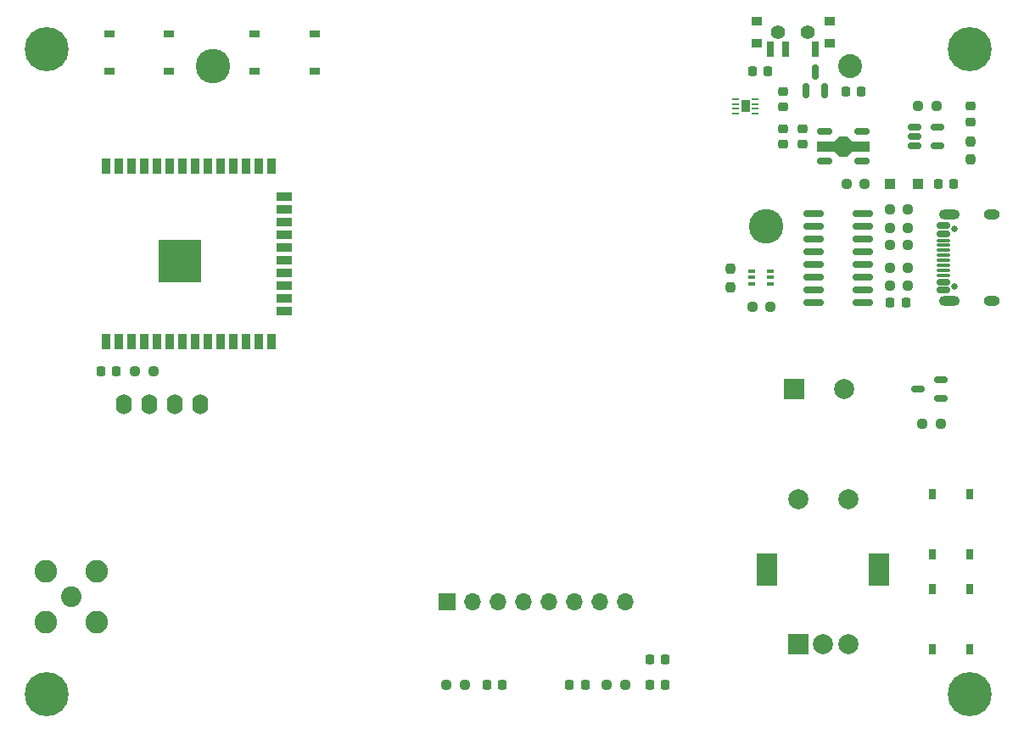
<source format=gbr>
%TF.GenerationSoftware,KiCad,Pcbnew,8.0.4+dfsg-1*%
%TF.CreationDate,2025-03-09T22:36:11+01:00*%
%TF.ProjectId,time_terminal,74696d65-5f74-4657-926d-696e616c2e6b,rev?*%
%TF.SameCoordinates,Original*%
%TF.FileFunction,Soldermask,Top*%
%TF.FilePolarity,Negative*%
%FSLAX46Y46*%
G04 Gerber Fmt 4.6, Leading zero omitted, Abs format (unit mm)*
G04 Created by KiCad (PCBNEW 8.0.4+dfsg-1) date 2025-03-09 22:36:11*
%MOMM*%
%LPD*%
G01*
G04 APERTURE LIST*
G04 Aperture macros list*
%AMRoundRect*
0 Rectangle with rounded corners*
0 $1 Rounding radius*
0 $2 $3 $4 $5 $6 $7 $8 $9 X,Y pos of 4 corners*
0 Add a 4 corners polygon primitive as box body*
4,1,4,$2,$3,$4,$5,$6,$7,$8,$9,$2,$3,0*
0 Add four circle primitives for the rounded corners*
1,1,$1+$1,$2,$3*
1,1,$1+$1,$4,$5*
1,1,$1+$1,$6,$7*
1,1,$1+$1,$8,$9*
0 Add four rect primitives between the rounded corners*
20,1,$1+$1,$2,$3,$4,$5,0*
20,1,$1+$1,$4,$5,$6,$7,0*
20,1,$1+$1,$6,$7,$8,$9,0*
20,1,$1+$1,$8,$9,$2,$3,0*%
%AMFreePoly0*
4,1,13,0.900000,0.500000,2.600000,0.500000,2.600000,-0.500000,0.900000,-0.500000,0.400000,-1.000000,-0.400000,-1.000000,-0.900000,-0.500000,-2.600000,-0.500000,-2.600000,0.500000,-0.900000,0.500000,-0.400000,1.000000,0.400000,1.000000,0.900000,0.500000,0.900000,0.500000,$1*%
G04 Aperture macros list end*
%ADD10R,1.000000X0.750000*%
%ADD11O,1.700000X1.700000*%
%ADD12R,1.700000X1.700000*%
%ADD13R,0.990600X0.812800*%
%ADD14R,0.711200X1.498600*%
%ADD15C,1.397000*%
%ADD16C,0.700000*%
%ADD17C,4.400000*%
%ADD18R,0.900000X1.500000*%
%ADD19R,1.500000X0.900000*%
%ADD20C,0.600000*%
%ADD21R,4.200000X4.200000*%
%ADD22RoundRect,0.150000X0.825000X0.150000X-0.825000X0.150000X-0.825000X-0.150000X0.825000X-0.150000X0*%
%ADD23RoundRect,0.175000X0.575000X0.175000X-0.575000X0.175000X-0.575000X-0.175000X0.575000X-0.175000X0*%
%ADD24FreePoly0,180.000000*%
%ADD25R,0.711200X0.254000*%
%ADD26R,0.889000X1.295400*%
%ADD27RoundRect,0.150000X-0.512500X-0.150000X0.512500X-0.150000X0.512500X0.150000X-0.512500X0.150000X0*%
%ADD28R,0.750000X1.000000*%
%ADD29C,2.000000*%
%ADD30R,2.000000X3.200000*%
%ADD31R,2.000000X2.000000*%
%ADD32RoundRect,0.237500X0.250000X0.237500X-0.250000X0.237500X-0.250000X-0.237500X0.250000X-0.237500X0*%
%ADD33RoundRect,0.237500X-0.250000X-0.237500X0.250000X-0.237500X0.250000X0.237500X-0.250000X0.237500X0*%
%ADD34RoundRect,0.237500X0.237500X-0.250000X0.237500X0.250000X-0.237500X0.250000X-0.237500X-0.250000X0*%
%ADD35RoundRect,0.237500X-0.237500X0.250000X-0.237500X-0.250000X0.237500X-0.250000X0.237500X0.250000X0*%
%ADD36RoundRect,0.150000X0.512500X0.150000X-0.512500X0.150000X-0.512500X-0.150000X0.512500X-0.150000X0*%
%ADD37RoundRect,0.150000X0.150000X-0.587500X0.150000X0.587500X-0.150000X0.587500X-0.150000X-0.587500X0*%
%ADD38RoundRect,0.100000X0.225000X0.100000X-0.225000X0.100000X-0.225000X-0.100000X0.225000X-0.100000X0*%
%ADD39C,0.650000*%
%ADD40RoundRect,0.150000X0.500000X-0.150000X0.500000X0.150000X-0.500000X0.150000X-0.500000X-0.150000X0*%
%ADD41RoundRect,0.075000X0.575000X-0.075000X0.575000X0.075000X-0.575000X0.075000X-0.575000X-0.075000X0*%
%ADD42O,2.100000X1.000000*%
%ADD43O,1.600000X1.000000*%
%ADD44C,2.050000*%
%ADD45C,2.250000*%
%ADD46O,1.600000X2.000000*%
%ADD47RoundRect,0.218750X-0.218750X-0.256250X0.218750X-0.256250X0.218750X0.256250X-0.218750X0.256250X0*%
%ADD48RoundRect,0.250000X-0.300000X-0.300000X0.300000X-0.300000X0.300000X0.300000X-0.300000X0.300000X0*%
%ADD49RoundRect,0.218750X0.218750X0.256250X-0.218750X0.256250X-0.218750X-0.256250X0.218750X-0.256250X0*%
%ADD50RoundRect,0.218750X-0.256250X0.218750X-0.256250X-0.218750X0.256250X-0.218750X0.256250X0.218750X0*%
%ADD51RoundRect,0.225000X0.250000X-0.225000X0.250000X0.225000X-0.250000X0.225000X-0.250000X-0.225000X0*%
%ADD52RoundRect,0.225000X-0.225000X-0.250000X0.225000X-0.250000X0.225000X0.250000X-0.225000X0.250000X0*%
%ADD53RoundRect,0.225000X-0.250000X0.225000X-0.250000X-0.225000X0.250000X-0.225000X0.250000X0.225000X0*%
%ADD54RoundRect,0.225000X0.225000X0.250000X-0.225000X0.250000X-0.225000X-0.250000X0.225000X-0.250000X0*%
%ADD55C,2.390000*%
%ADD56C,3.450000*%
G04 APERTURE END LIST*
D10*
%TO.C,SW2*%
X69500000Y-56250000D03*
X75500000Y-56250000D03*
X69500000Y-60000000D03*
X75500000Y-60000000D03*
%TD*%
D11*
%TO.C,J1*%
X121030000Y-113000000D03*
X118490000Y-113000000D03*
X115950000Y-113000000D03*
X113410000Y-113000000D03*
X110870000Y-113000000D03*
X108330000Y-113000000D03*
X105790000Y-113000000D03*
D12*
X103250000Y-113000000D03*
%TD*%
D13*
%TO.C,SW6*%
X141406460Y-55000000D03*
D14*
X137014800Y-57809600D03*
D13*
X134106500Y-55000000D03*
X134106500Y-57200000D03*
D14*
X139999300Y-57809600D03*
D13*
X141406460Y-57200000D03*
D15*
X139250000Y-56100000D03*
X136252800Y-56100000D03*
D14*
X135516200Y-57809600D03*
%TD*%
D16*
%TO.C,H4*%
X153698350Y-122250000D03*
X154181624Y-121083274D03*
X154181624Y-123416726D03*
X155348350Y-120600000D03*
D17*
X155348350Y-122250000D03*
D16*
X155348350Y-123900000D03*
X156515076Y-121083274D03*
X156515076Y-123416726D03*
X156998350Y-122250000D03*
%TD*%
%TO.C,H3*%
X61600001Y-122249999D03*
X62083275Y-121083273D03*
X62083275Y-123416725D03*
X63250001Y-120599999D03*
D17*
X63250001Y-122249999D03*
D16*
X63250001Y-123899999D03*
X64416727Y-121083273D03*
X64416727Y-123416725D03*
X64900001Y-122249999D03*
%TD*%
%TO.C,H2*%
X156998350Y-57750000D03*
X156515076Y-58916726D03*
X156515076Y-56583274D03*
X155348350Y-59400000D03*
D17*
X155348350Y-57750000D03*
D16*
X155348350Y-56100000D03*
X154181624Y-58916726D03*
X154181624Y-56583274D03*
X153698350Y-57750000D03*
%TD*%
%TO.C,H1*%
X61600000Y-57750000D03*
X62083274Y-56583274D03*
X62083274Y-58916726D03*
X63250000Y-56100000D03*
D17*
X63250000Y-57750000D03*
D16*
X63250000Y-59400000D03*
X64416726Y-56583274D03*
X64416726Y-58916726D03*
X64900000Y-57750000D03*
%TD*%
D18*
%TO.C,U2*%
X69185000Y-87000000D03*
X70455000Y-87000000D03*
X71725000Y-87000000D03*
X72995000Y-87000000D03*
X74265000Y-87000000D03*
X75535000Y-87000000D03*
X76805000Y-87000000D03*
X78075000Y-87000000D03*
X79345000Y-87000000D03*
X80615000Y-87000000D03*
X81885000Y-87000000D03*
X83155000Y-87000000D03*
X84425000Y-87000000D03*
X85695000Y-87000000D03*
D19*
X86945000Y-83960000D03*
X86945000Y-82690000D03*
X86945000Y-81420000D03*
X86945000Y-80150000D03*
X86945000Y-78880000D03*
X86945000Y-77610000D03*
X86945000Y-76340000D03*
X86945000Y-75070000D03*
X86945000Y-73800000D03*
X86945000Y-72530000D03*
D18*
X85695000Y-69500000D03*
X84425000Y-69500000D03*
X83155000Y-69500000D03*
X81885000Y-69500000D03*
X80615000Y-69500000D03*
X79345000Y-69500000D03*
X78075000Y-69500000D03*
X76805000Y-69500000D03*
X75535000Y-69500000D03*
X74265000Y-69500000D03*
X72995000Y-69500000D03*
X71725000Y-69500000D03*
X70455000Y-69500000D03*
X69185000Y-69500000D03*
D20*
X75762500Y-80455000D03*
X77287500Y-80455000D03*
X75000000Y-79692500D03*
X76525000Y-79692500D03*
X78050000Y-79692500D03*
X75762500Y-78930000D03*
D21*
X76525000Y-78930000D03*
D20*
X77287500Y-78930000D03*
X75000000Y-78167500D03*
X76525000Y-78167500D03*
X78050000Y-78167500D03*
X75762500Y-77405000D03*
X77287500Y-77405000D03*
%TD*%
D22*
%TO.C,U7*%
X144725000Y-83080000D03*
X144725000Y-81810000D03*
X144725000Y-80540000D03*
X144725000Y-79270000D03*
X144725000Y-78000000D03*
X144725000Y-76730000D03*
X144725000Y-75460000D03*
X144725000Y-74190000D03*
X139775000Y-74190000D03*
X139775000Y-75460000D03*
X139775000Y-76730000D03*
X139775000Y-78000000D03*
X139775000Y-79270000D03*
X139775000Y-80540000D03*
X139775000Y-81810000D03*
X139775000Y-83080000D03*
%TD*%
D23*
%TO.C,U6*%
X140900000Y-69000000D03*
X140900000Y-66000000D03*
X144600000Y-66000000D03*
D24*
X142750000Y-67500000D03*
D23*
X144600000Y-69000000D03*
%TD*%
D25*
%TO.C,U5*%
X134000000Y-64250001D03*
X134000000Y-63750000D03*
X134000000Y-63250000D03*
X134000000Y-62749999D03*
X131993400Y-62749999D03*
X131993400Y-63250000D03*
X131993400Y-63750000D03*
X131993400Y-64250001D03*
D26*
X132996700Y-63500000D03*
%TD*%
D27*
%TO.C,U4*%
X152137500Y-65550000D03*
X152137500Y-67450000D03*
X149862500Y-67450000D03*
X149862500Y-66500000D03*
X149862500Y-65550000D03*
%TD*%
D28*
%TO.C,SW5*%
X155375000Y-111750000D03*
X155375000Y-117750000D03*
X151625000Y-111750000D03*
X151625000Y-117750000D03*
%TD*%
D10*
%TO.C,SW4*%
X90000000Y-60000000D03*
X84000000Y-60000000D03*
X90000000Y-56250000D03*
X84000000Y-56250000D03*
%TD*%
D28*
%TO.C,SW3*%
X155375000Y-102250000D03*
X155375000Y-108250000D03*
X151625000Y-102250000D03*
X151625000Y-108250000D03*
%TD*%
D29*
%TO.C,SW1*%
X138250000Y-102750000D03*
X143250000Y-102750000D03*
D30*
X146350000Y-109750000D03*
X135150000Y-109750000D03*
D29*
X140750000Y-117250000D03*
X143250000Y-117250000D03*
D31*
X138250000Y-117250000D03*
%TD*%
D32*
%TO.C,R15*%
X152500000Y-95200000D03*
X150675000Y-95200000D03*
%TD*%
D33*
%TO.C,R14*%
X119175000Y-121250000D03*
X121000000Y-121250000D03*
%TD*%
D32*
%TO.C,R13*%
X149250000Y-77385000D03*
X147425000Y-77385000D03*
%TD*%
%TO.C,R12*%
X149250000Y-79635000D03*
X147425000Y-79635000D03*
%TD*%
%TO.C,R11*%
X149250000Y-75635000D03*
X147425000Y-75635000D03*
%TD*%
D33*
%TO.C,R10*%
X147425000Y-81385000D03*
X149250000Y-81385000D03*
%TD*%
D32*
%TO.C,R9*%
X143087500Y-71250000D03*
X144912500Y-71250000D03*
%TD*%
%TO.C,R7*%
X147425000Y-73750000D03*
X149250000Y-73750000D03*
%TD*%
%TO.C,R6*%
X105000000Y-121250000D03*
X103175000Y-121250000D03*
%TD*%
D33*
%TO.C,R5*%
X133675000Y-83500000D03*
X135500000Y-83500000D03*
%TD*%
D34*
%TO.C,R4*%
X131500000Y-81575000D03*
X131500000Y-79750000D03*
%TD*%
D35*
%TO.C,R3*%
X155500000Y-68825000D03*
X155500000Y-67000000D03*
%TD*%
D32*
%TO.C,R2*%
X150250000Y-63500000D03*
X152075000Y-63500000D03*
%TD*%
D33*
%TO.C,R1*%
X73912500Y-90000000D03*
X72087500Y-90000000D03*
%TD*%
D36*
%TO.C,Q3*%
X150250000Y-91750000D03*
X152525000Y-90800000D03*
X152525000Y-92700000D03*
%TD*%
D37*
%TO.C,Q2*%
X139050000Y-61937500D03*
X140950000Y-61937500D03*
X140000000Y-60062500D03*
%TD*%
D38*
%TO.C,Q1*%
X133600000Y-81250000D03*
X133600000Y-80600000D03*
X133600000Y-79950000D03*
X135500000Y-79950000D03*
X135500000Y-80600000D03*
X135500000Y-81250000D03*
%TD*%
D39*
%TO.C,J5*%
X153895000Y-81525000D03*
X153895000Y-75745000D03*
D40*
X152755000Y-81835000D03*
X152755000Y-81035000D03*
D41*
X152755000Y-79885000D03*
X152755000Y-78885000D03*
X152755000Y-78385000D03*
X152755000Y-77385000D03*
D40*
X152755000Y-76235000D03*
X152755000Y-75435000D03*
X152755000Y-75435000D03*
X152755000Y-76235000D03*
D41*
X152755000Y-76885000D03*
X152755000Y-77885000D03*
X152755000Y-79385000D03*
X152755000Y-80385000D03*
D40*
X152755000Y-81035000D03*
X152755000Y-81835000D03*
D42*
X153395000Y-82955000D03*
D43*
X157575000Y-82955000D03*
D42*
X153395000Y-74315000D03*
D43*
X157575000Y-74315000D03*
%TD*%
D44*
%TO.C,J3*%
X65750000Y-112500000D03*
D45*
X68290000Y-109960000D03*
X68290000Y-115040000D03*
X63210000Y-109960000D03*
X63210000Y-115040000D03*
%TD*%
D46*
%TO.C,J2*%
X78580000Y-93250000D03*
X76040000Y-93250000D03*
X70960000Y-93250000D03*
X73500000Y-93250000D03*
%TD*%
D47*
%TO.C,D4*%
X115425000Y-121250000D03*
X117000000Y-121250000D03*
%TD*%
D48*
%TO.C,D3*%
X150250000Y-71250000D03*
X147450000Y-71250000D03*
%TD*%
D49*
%TO.C,D2*%
X108750000Y-121250000D03*
X107175000Y-121250000D03*
%TD*%
D50*
%TO.C,D1*%
X155500000Y-65075000D03*
X155500000Y-63500000D03*
%TD*%
D51*
%TO.C,C11*%
X136750000Y-65725000D03*
X136750000Y-67275000D03*
%TD*%
%TO.C,C10*%
X138750000Y-65750000D03*
X138750000Y-67300000D03*
%TD*%
D52*
%TO.C,C9*%
X147450000Y-83135000D03*
X149000000Y-83135000D03*
%TD*%
%TO.C,C8*%
X144550000Y-62000000D03*
X143000000Y-62000000D03*
%TD*%
D53*
%TO.C,C6*%
X136750000Y-63550000D03*
X136750000Y-62000000D03*
%TD*%
D54*
%TO.C,C5*%
X133725000Y-60000000D03*
X135275000Y-60000000D03*
%TD*%
D52*
%TO.C,C4*%
X153800000Y-71250000D03*
X152250000Y-71250000D03*
%TD*%
D54*
%TO.C,C3*%
X70250000Y-90000000D03*
X68700000Y-90000000D03*
%TD*%
D52*
%TO.C,C2*%
X123450000Y-121250000D03*
X125000000Y-121250000D03*
%TD*%
%TO.C,C1*%
X123450000Y-118750000D03*
X125000000Y-118750000D03*
%TD*%
D31*
%TO.C,BZ1*%
X137879216Y-91750000D03*
D29*
X142879216Y-91750000D03*
%TD*%
D55*
%TO.C,J4*%
X143430000Y-59500000D03*
D56*
X135100000Y-75500000D03*
X79900000Y-59500000D03*
%TD*%
M02*

</source>
